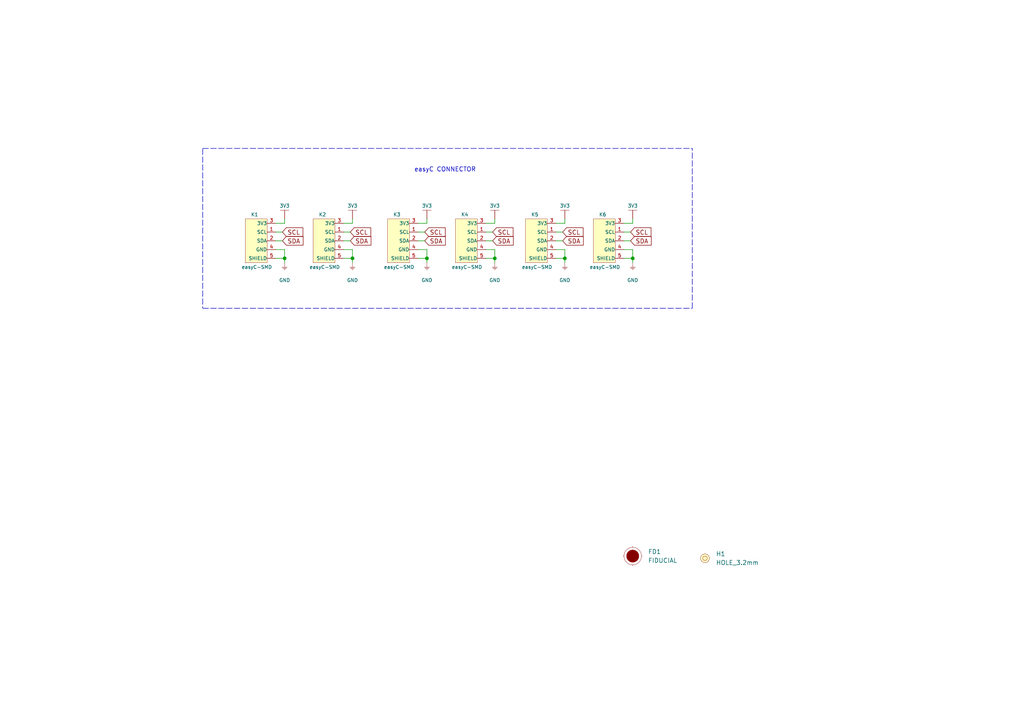
<source format=kicad_sch>
(kicad_sch (version 20211123) (generator eeschema)

  (uuid 03098bf5-0830-4a84-b080-eceef1400770)

  (paper "A4")

  (title_block
    (title "easyC hub")
    (date "2021-07-20")
    (rev "V1.0.0.")
    (company "SOLDERED")
    (comment 1 "333018")
  )

  (lib_symbols
    (symbol "e-radionica.com schematics:3V3" (power) (pin_names (offset 0)) (in_bom yes) (on_board yes)
      (property "Reference" "#PWR" (id 0) (at 4.445 0 0)
        (effects (font (size 1 1)) hide)
      )
      (property "Value" "3V3" (id 1) (at 0 3.556 0)
        (effects (font (size 1 1)))
      )
      (property "Footprint" "" (id 2) (at 4.445 3.81 0)
        (effects (font (size 1 1)) hide)
      )
      (property "Datasheet" "" (id 3) (at 4.445 3.81 0)
        (effects (font (size 1 1)) hide)
      )
      (property "ki_keywords" "power-flag" (id 4) (at 0 0 0)
        (effects (font (size 1.27 1.27)) hide)
      )
      (property "ki_description" "Power symbol creates a global label with name \"3V3\"" (id 5) (at 0 0 0)
        (effects (font (size 1.27 1.27)) hide)
      )
      (symbol "3V3_0_1"
        (polyline
          (pts
            (xy -1.27 2.54)
            (xy 1.27 2.54)
          )
          (stroke (width 0.0006) (type default) (color 0 0 0 0))
          (fill (type none))
        )
        (polyline
          (pts
            (xy 0 0)
            (xy 0 2.54)
          )
          (stroke (width 0) (type default) (color 0 0 0 0))
          (fill (type none))
        )
      )
      (symbol "3V3_1_1"
        (pin power_in line (at 0 0 90) (length 0) hide
          (name "3V3" (effects (font (size 1.27 1.27))))
          (number "1" (effects (font (size 1.27 1.27))))
        )
      )
    )
    (symbol "e-radionica.com schematics:FIDUCIAL" (in_bom no) (on_board yes)
      (property "Reference" "FD" (id 0) (at 0 3.81 0)
        (effects (font (size 1.27 1.27)))
      )
      (property "Value" "FIDUCIAL" (id 1) (at 0 -3.81 0)
        (effects (font (size 1.27 1.27)))
      )
      (property "Footprint" "e-radionica.com footprinti:FIDUCIAL_23" (id 2) (at 0.254 -5.334 0)
        (effects (font (size 1.27 1.27)) hide)
      )
      (property "Datasheet" "" (id 3) (at 0 0 0)
        (effects (font (size 1.27 1.27)) hide)
      )
      (symbol "FIDUCIAL_0_1"
        (polyline
          (pts
            (xy -2.54 0)
            (xy -2.794 0)
          )
          (stroke (width 0.0006) (type default) (color 0 0 0 0))
          (fill (type none))
        )
        (polyline
          (pts
            (xy 0 -2.54)
            (xy 0 -2.794)
          )
          (stroke (width 0.0006) (type default) (color 0 0 0 0))
          (fill (type none))
        )
        (polyline
          (pts
            (xy 0 2.54)
            (xy 0 2.794)
          )
          (stroke (width 0.0006) (type default) (color 0 0 0 0))
          (fill (type none))
        )
        (polyline
          (pts
            (xy 2.54 0)
            (xy 2.794 0)
          )
          (stroke (width 0.0006) (type default) (color 0 0 0 0))
          (fill (type none))
        )
        (circle (center 0 0) (radius 1.7961)
          (stroke (width 0.001) (type default) (color 0 0 0 0))
          (fill (type outline))
        )
        (circle (center 0 0) (radius 2.54)
          (stroke (width 0.0006) (type default) (color 0 0 0 0))
          (fill (type none))
        )
      )
    )
    (symbol "e-radionica.com schematics:GND" (power) (pin_names (offset 0)) (in_bom yes) (on_board yes)
      (property "Reference" "#PWR" (id 0) (at 4.445 0 0)
        (effects (font (size 1 1)) hide)
      )
      (property "Value" "GND" (id 1) (at 0 -2.921 0)
        (effects (font (size 1 1)))
      )
      (property "Footprint" "" (id 2) (at 4.445 3.81 0)
        (effects (font (size 1 1)) hide)
      )
      (property "Datasheet" "" (id 3) (at 4.445 3.81 0)
        (effects (font (size 1 1)) hide)
      )
      (property "ki_keywords" "power-flag" (id 4) (at 0 0 0)
        (effects (font (size 1.27 1.27)) hide)
      )
      (property "ki_description" "Power symbol creates a global label with name \"GND\"" (id 5) (at 0 0 0)
        (effects (font (size 1.27 1.27)) hide)
      )
      (symbol "GND_0_1"
        (polyline
          (pts
            (xy -0.762 -1.27)
            (xy 0.762 -1.27)
          )
          (stroke (width 0.0006) (type default) (color 0 0 0 0))
          (fill (type none))
        )
        (polyline
          (pts
            (xy -0.635 -1.524)
            (xy 0.635 -1.524)
          )
          (stroke (width 0.0006) (type default) (color 0 0 0 0))
          (fill (type none))
        )
        (polyline
          (pts
            (xy -0.381 -1.778)
            (xy 0.381 -1.778)
          )
          (stroke (width 0.0006) (type default) (color 0 0 0 0))
          (fill (type none))
        )
        (polyline
          (pts
            (xy -0.127 -2.032)
            (xy 0.127 -2.032)
          )
          (stroke (width 0.0006) (type default) (color 0 0 0 0))
          (fill (type none))
        )
        (polyline
          (pts
            (xy 0 0)
            (xy 0 -1.27)
          )
          (stroke (width 0.0006) (type default) (color 0 0 0 0))
          (fill (type none))
        )
      )
      (symbol "GND_1_1"
        (pin power_in line (at 0 0 270) (length 0) hide
          (name "GND" (effects (font (size 1.27 1.27))))
          (number "1" (effects (font (size 1.27 1.27))))
        )
      )
    )
    (symbol "e-radionica.com schematics:HOLE_3.2mm" (pin_numbers hide) (pin_names hide) (in_bom yes) (on_board yes)
      (property "Reference" "H" (id 0) (at 0 2.54 0)
        (effects (font (size 1.27 1.27)))
      )
      (property "Value" "HOLE_3.2mm" (id 1) (at 0 -2.54 0)
        (effects (font (size 1.27 1.27)))
      )
      (property "Footprint" "e-radionica.com footprinti:HOLE_3.2mm" (id 2) (at 0 0 0)
        (effects (font (size 1.27 1.27)) hide)
      )
      (property "Datasheet" "" (id 3) (at 0 0 0)
        (effects (font (size 1.27 1.27)) hide)
      )
      (symbol "HOLE_3.2mm_0_1"
        (circle (center 0 0) (radius 0.635)
          (stroke (width 0.0006) (type default) (color 0 0 0 0))
          (fill (type none))
        )
        (circle (center 0 0) (radius 1.27)
          (stroke (width 0.001) (type default) (color 0 0 0 0))
          (fill (type background))
        )
      )
    )
    (symbol "e-radionica.com schematics:easyC-SMD" (pin_names (offset 0.002)) (in_bom yes) (on_board yes)
      (property "Reference" "K" (id 0) (at -2.54 10.16 0)
        (effects (font (size 1 1)))
      )
      (property "Value" "easyC-SMD" (id 1) (at 0 -5.08 0)
        (effects (font (size 1 1)))
      )
      (property "Footprint" "e-radionica.com footprinti:easyC-connector" (id 2) (at 3.175 2.54 0)
        (effects (font (size 1 1)) hide)
      )
      (property "Datasheet" "" (id 3) (at 3.175 2.54 0)
        (effects (font (size 1 1)) hide)
      )
      (symbol "easyC-SMD_0_1"
        (rectangle (start -3.175 8.89) (end 3.175 -3.81)
          (stroke (width 0.001) (type default) (color 0 0 0 0))
          (fill (type background))
        )
      )
      (symbol "easyC-SMD_1_1"
        (pin passive line (at 5.715 5.08 180) (length 2.54)
          (name "SCL" (effects (font (size 1 1))))
          (number "1" (effects (font (size 1 1))))
        )
        (pin passive line (at 5.715 2.54 180) (length 2.54)
          (name "SDA" (effects (font (size 1 1))))
          (number "2" (effects (font (size 1 1))))
        )
        (pin passive line (at 5.715 7.62 180) (length 2.54)
          (name "3V3" (effects (font (size 1 1))))
          (number "3" (effects (font (size 1 1))))
        )
        (pin passive line (at 5.715 0 180) (length 2.54)
          (name "GND" (effects (font (size 1 1))))
          (number "4" (effects (font (size 1 1))))
        )
        (pin passive line (at 5.715 -2.54 180) (length 2.54)
          (name "SHIELD" (effects (font (size 1 1))))
          (number "5" (effects (font (size 1 1))))
        )
      )
    )
  )

  (junction (at 82.55 74.93) (diameter 0.9144) (color 0 0 0 0)
    (uuid 54365317-1355-4216-bb75-829375abc4ec)
  )
  (junction (at 183.515 74.93) (diameter 0.9144) (color 0 0 0 0)
    (uuid 5fc27c35-3e1c-4f96-817c-93b5570858a6)
  )
  (junction (at 102.235 74.93) (diameter 0.9144) (color 0 0 0 0)
    (uuid a3e4f0ae-9f86-49e9-b386-ed8b42e012fb)
  )
  (junction (at 123.825 74.93) (diameter 0.9144) (color 0 0 0 0)
    (uuid a690fc6c-55d9-47e6-b533-faa4b67e20f3)
  )
  (junction (at 143.51 74.93) (diameter 0.9144) (color 0 0 0 0)
    (uuid c144caa5-b0d4-4cef-840a-d4ad178a2102)
  )
  (junction (at 163.83 74.93) (diameter 0.9144) (color 0 0 0 0)
    (uuid efeac2a2-7682-4dc7-83ee-f6f1b23da506)
  )

  (wire (pts (xy 102.235 72.39) (xy 102.235 74.93))
    (stroke (width 0) (type solid) (color 0 0 0 0))
    (uuid 00120a8b-2766-4bc8-a1da-1e04e559685b)
  )
  (polyline (pts (xy 58.801 43.053) (xy 200.787 43.053))
    (stroke (width 0) (type dash) (color 0 0 0 0))
    (uuid 05afdce3-88a6-4caf-9bf5-a65ffff6e53d)
  )
  (polyline (pts (xy 58.801 43.18) (xy 58.801 89.408))
    (stroke (width 0) (type dash) (color 0 0 0 0))
    (uuid 05afdce3-88a6-4caf-9bf5-a65ffff6e53e)
  )
  (polyline (pts (xy 58.801 89.408) (xy 200.787 89.408))
    (stroke (width 0) (type dash) (color 0 0 0 0))
    (uuid 05afdce3-88a6-4caf-9bf5-a65ffff6e53f)
  )
  (polyline (pts (xy 200.787 89.408) (xy 200.787 43.053))
    (stroke (width 0) (type dash) (color 0 0 0 0))
    (uuid 05afdce3-88a6-4caf-9bf5-a65ffff6e540)
  )

  (wire (pts (xy 161.29 67.31) (xy 163.195 67.31))
    (stroke (width 0) (type solid) (color 0 0 0 0))
    (uuid 1062fd6d-2f5e-41f9-8af1-36b7ee6a34b4)
  )
  (wire (pts (xy 99.695 74.93) (xy 102.235 74.93))
    (stroke (width 0) (type solid) (color 0 0 0 0))
    (uuid 1cc8c111-916a-4139-9af2-921c81b86f45)
  )
  (wire (pts (xy 121.285 64.77) (xy 123.825 64.77))
    (stroke (width 0) (type solid) (color 0 0 0 0))
    (uuid 1cf7e75a-d542-4073-87bf-55ce5c82b878)
  )
  (wire (pts (xy 102.235 74.93) (xy 102.235 76.2))
    (stroke (width 0) (type solid) (color 0 0 0 0))
    (uuid 1fe5a348-dc34-4dca-86c8-b8981ee0bdff)
  )
  (wire (pts (xy 99.695 64.77) (xy 102.235 64.77))
    (stroke (width 0) (type solid) (color 0 0 0 0))
    (uuid 2092e98a-fd8a-4933-82e7-2beeb26564b9)
  )
  (wire (pts (xy 123.825 64.77) (xy 123.825 63.5))
    (stroke (width 0) (type solid) (color 0 0 0 0))
    (uuid 27d6e107-6b39-4556-9fbd-c11a3a591e4d)
  )
  (wire (pts (xy 180.975 72.39) (xy 183.515 72.39))
    (stroke (width 0) (type solid) (color 0 0 0 0))
    (uuid 2848035d-e76b-42ba-b344-1fa6ef17804f)
  )
  (wire (pts (xy 99.695 72.39) (xy 102.235 72.39))
    (stroke (width 0) (type solid) (color 0 0 0 0))
    (uuid 368742e6-ee4f-4825-bdaa-3d625b24c650)
  )
  (wire (pts (xy 140.97 72.39) (xy 143.51 72.39))
    (stroke (width 0) (type solid) (color 0 0 0 0))
    (uuid 376220d8-a7b8-40fe-a60d-f8630e0ff853)
  )
  (wire (pts (xy 183.515 72.39) (xy 183.515 74.93))
    (stroke (width 0) (type solid) (color 0 0 0 0))
    (uuid 410afe0d-6a2b-4db1-8194-ec2b94af3e1a)
  )
  (wire (pts (xy 123.825 74.93) (xy 123.825 76.2))
    (stroke (width 0) (type solid) (color 0 0 0 0))
    (uuid 4979f71a-ba43-48e8-a1d9-d83925af833f)
  )
  (wire (pts (xy 180.975 64.77) (xy 183.515 64.77))
    (stroke (width 0) (type solid) (color 0 0 0 0))
    (uuid 4f221f27-0f8c-4f47-94c7-9bcae7b8b039)
  )
  (wire (pts (xy 143.51 74.93) (xy 143.51 76.2))
    (stroke (width 0) (type solid) (color 0 0 0 0))
    (uuid 5a731c22-f4b6-47d7-a566-353c7f291b94)
  )
  (wire (pts (xy 161.29 64.77) (xy 163.83 64.77))
    (stroke (width 0) (type solid) (color 0 0 0 0))
    (uuid 5ca7d122-b87d-4f48-bf55-36fdd038e834)
  )
  (wire (pts (xy 143.51 64.77) (xy 143.51 63.5))
    (stroke (width 0) (type solid) (color 0 0 0 0))
    (uuid 5d73900f-4597-4a2a-9d4f-cb52e400edcb)
  )
  (wire (pts (xy 180.975 74.93) (xy 183.515 74.93))
    (stroke (width 0) (type solid) (color 0 0 0 0))
    (uuid 6015366e-aa7a-441c-a6a4-247b163b70b6)
  )
  (wire (pts (xy 180.975 67.31) (xy 182.88 67.31))
    (stroke (width 0) (type solid) (color 0 0 0 0))
    (uuid 65ca6a5f-f91c-42dc-a1cc-d77a49864d95)
  )
  (wire (pts (xy 80.01 64.77) (xy 82.55 64.77))
    (stroke (width 0) (type solid) (color 0 0 0 0))
    (uuid 6a8fe0e8-50ff-4570-9c65-2ed1355b2007)
  )
  (wire (pts (xy 82.55 64.77) (xy 82.55 63.5))
    (stroke (width 0) (type solid) (color 0 0 0 0))
    (uuid 6a8fe0e8-50ff-4570-9c65-2ed1355b2008)
  )
  (wire (pts (xy 180.975 69.85) (xy 182.88 69.85))
    (stroke (width 0) (type solid) (color 0 0 0 0))
    (uuid 73764fb0-8121-480e-b87f-f22cae8ccdfc)
  )
  (wire (pts (xy 123.825 72.39) (xy 123.825 74.93))
    (stroke (width 0) (type solid) (color 0 0 0 0))
    (uuid 7476191f-957d-4c5d-beca-3b914e33ae39)
  )
  (wire (pts (xy 161.29 74.93) (xy 163.83 74.93))
    (stroke (width 0) (type solid) (color 0 0 0 0))
    (uuid 828c4383-86fb-4e99-8afd-27e127e67d37)
  )
  (wire (pts (xy 80.01 74.93) (xy 82.55 74.93))
    (stroke (width 0) (type solid) (color 0 0 0 0))
    (uuid 82e8877b-ec23-4f02-9408-e809d58f1bff)
  )
  (wire (pts (xy 161.29 69.85) (xy 163.195 69.85))
    (stroke (width 0) (type solid) (color 0 0 0 0))
    (uuid 8b2ae2b4-8dff-48f9-862d-61d2ca0d4e89)
  )
  (wire (pts (xy 143.51 72.39) (xy 143.51 74.93))
    (stroke (width 0) (type solid) (color 0 0 0 0))
    (uuid 8ff3bec2-321e-445f-91bd-a6815862be5e)
  )
  (wire (pts (xy 163.83 72.39) (xy 163.83 74.93))
    (stroke (width 0) (type solid) (color 0 0 0 0))
    (uuid 917f1e7c-7488-4bd7-aa3f-c86814337211)
  )
  (wire (pts (xy 80.01 69.85) (xy 81.915 69.85))
    (stroke (width 0) (type solid) (color 0 0 0 0))
    (uuid 932edf57-d25a-45d9-8538-175b1471a7af)
  )
  (wire (pts (xy 140.97 64.77) (xy 143.51 64.77))
    (stroke (width 0) (type solid) (color 0 0 0 0))
    (uuid 9479523c-e6f7-4d8c-9389-68b43274b819)
  )
  (wire (pts (xy 80.01 72.39) (xy 82.55 72.39))
    (stroke (width 0) (type solid) (color 0 0 0 0))
    (uuid 98a4fbaf-c5ec-4b93-8970-4f24e99c6dfe)
  )
  (wire (pts (xy 82.55 72.39) (xy 82.55 74.93))
    (stroke (width 0) (type solid) (color 0 0 0 0))
    (uuid 98a4fbaf-c5ec-4b93-8970-4f24e99c6dff)
  )
  (wire (pts (xy 82.55 74.93) (xy 82.55 76.2))
    (stroke (width 0) (type solid) (color 0 0 0 0))
    (uuid 98a4fbaf-c5ec-4b93-8970-4f24e99c6e00)
  )
  (wire (pts (xy 80.01 67.31) (xy 81.915 67.31))
    (stroke (width 0) (type solid) (color 0 0 0 0))
    (uuid 99cf069a-652a-4528-ae8c-b44167c84df6)
  )
  (wire (pts (xy 140.97 67.31) (xy 142.875 67.31))
    (stroke (width 0) (type solid) (color 0 0 0 0))
    (uuid 9f07e50b-413d-4359-bfe8-0fa20f1f84d2)
  )
  (wire (pts (xy 99.695 67.31) (xy 101.6 67.31))
    (stroke (width 0) (type solid) (color 0 0 0 0))
    (uuid a57ac108-66a4-4763-869e-9273c4a03a51)
  )
  (wire (pts (xy 121.285 72.39) (xy 123.825 72.39))
    (stroke (width 0) (type solid) (color 0 0 0 0))
    (uuid ac9c4ee1-ee12-428e-8d26-088961596548)
  )
  (wire (pts (xy 99.695 69.85) (xy 101.6 69.85))
    (stroke (width 0) (type solid) (color 0 0 0 0))
    (uuid ae0fd141-5583-4dc0-b2dd-8a7ba2185f67)
  )
  (wire (pts (xy 140.97 69.85) (xy 142.875 69.85))
    (stroke (width 0) (type solid) (color 0 0 0 0))
    (uuid b2773d90-5b3e-486f-ac96-3b34445fe6d0)
  )
  (wire (pts (xy 183.515 64.77) (xy 183.515 63.5))
    (stroke (width 0) (type solid) (color 0 0 0 0))
    (uuid bf705f43-6909-4fb3-8206-44ece47af482)
  )
  (wire (pts (xy 121.285 69.85) (xy 123.19 69.85))
    (stroke (width 0) (type solid) (color 0 0 0 0))
    (uuid bfe78a5c-ce2d-4c98-b2e1-1e65798a437f)
  )
  (wire (pts (xy 121.285 74.93) (xy 123.825 74.93))
    (stroke (width 0) (type solid) (color 0 0 0 0))
    (uuid c9dc7973-3835-47d0-b486-8d6a91b2e953)
  )
  (wire (pts (xy 163.83 64.77) (xy 163.83 63.5))
    (stroke (width 0) (type solid) (color 0 0 0 0))
    (uuid d7f9456f-d31f-4b0f-8198-6f77bf312fe2)
  )
  (wire (pts (xy 102.235 64.77) (xy 102.235 63.5))
    (stroke (width 0) (type solid) (color 0 0 0 0))
    (uuid d80e69dd-52e3-41d9-b0db-8fdf7ad8d977)
  )
  (wire (pts (xy 161.29 72.39) (xy 163.83 72.39))
    (stroke (width 0) (type solid) (color 0 0 0 0))
    (uuid df9de8ee-488f-459a-97c8-8341c925fc46)
  )
  (wire (pts (xy 121.285 67.31) (xy 123.19 67.31))
    (stroke (width 0) (type solid) (color 0 0 0 0))
    (uuid e05d0a79-1c24-410d-abfe-6a14ccf0245f)
  )
  (wire (pts (xy 163.83 74.93) (xy 163.83 76.2))
    (stroke (width 0) (type solid) (color 0 0 0 0))
    (uuid e44aea92-98a8-45f6-a24b-b24724679c7f)
  )
  (wire (pts (xy 183.515 74.93) (xy 183.515 76.2))
    (stroke (width 0) (type solid) (color 0 0 0 0))
    (uuid f8832ff9-d355-46c3-9b24-1803f8ea411e)
  )
  (wire (pts (xy 140.97 74.93) (xy 143.51 74.93))
    (stroke (width 0) (type solid) (color 0 0 0 0))
    (uuid fa6a3436-2dad-455d-8674-18b9f4409e7c)
  )

  (text "easyC CONNECTOR" (at 120.142 50.038 0)
    (effects (font (size 1.27 1.27)) (justify left bottom))
    (uuid af9a744e-b95a-476a-a35e-b0f5579e5389)
  )

  (global_label "SDA" (shape input) (at 101.6 69.85 0) (fields_autoplaced)
    (effects (font (size 1.27 1.27)) (justify left))
    (uuid 0e195e6d-5b8c-4529-81ae-4788c2cd37ca)
    (property "Intersheet References" "${INTERSHEET_REFS}" (id 0) (at 107.5812 69.7706 0)
      (effects (font (size 1.27 1.27)) (justify left) hide)
    )
  )
  (global_label "SCL" (shape input) (at 81.915 67.31 0) (fields_autoplaced)
    (effects (font (size 1.27 1.27)) (justify left))
    (uuid 13257030-4c6f-4a63-9852-98a7bb117871)
    (property "Intersheet References" "${INTERSHEET_REFS}" (id 0) (at 87.8357 67.2306 0)
      (effects (font (size 1.27 1.27)) (justify left) hide)
    )
  )
  (global_label "SDA" (shape input) (at 123.19 69.85 0) (fields_autoplaced)
    (effects (font (size 1.27 1.27)) (justify left))
    (uuid 2de082fb-ae9d-4dcf-a991-5073581d6530)
    (property "Intersheet References" "${INTERSHEET_REFS}" (id 0) (at 129.1712 69.7706 0)
      (effects (font (size 1.27 1.27)) (justify left) hide)
    )
  )
  (global_label "SDA" (shape input) (at 163.195 69.85 0) (fields_autoplaced)
    (effects (font (size 1.27 1.27)) (justify left))
    (uuid 42536caa-8dcb-480a-8280-36ed8256dbe2)
    (property "Intersheet References" "${INTERSHEET_REFS}" (id 0) (at 169.1762 69.7706 0)
      (effects (font (size 1.27 1.27)) (justify left) hide)
    )
  )
  (global_label "SCL" (shape input) (at 163.195 67.31 0) (fields_autoplaced)
    (effects (font (size 1.27 1.27)) (justify left))
    (uuid 6dc5393a-669e-47d3-b93c-9303ec7dcdf0)
    (property "Intersheet References" "${INTERSHEET_REFS}" (id 0) (at 169.1157 67.2306 0)
      (effects (font (size 1.27 1.27)) (justify left) hide)
    )
  )
  (global_label "SCL" (shape input) (at 123.19 67.31 0) (fields_autoplaced)
    (effects (font (size 1.27 1.27)) (justify left))
    (uuid 9214ff5b-5f39-4e2c-b1fb-d129a5facb9f)
    (property "Intersheet References" "${INTERSHEET_REFS}" (id 0) (at 129.1107 67.2306 0)
      (effects (font (size 1.27 1.27)) (justify left) hide)
    )
  )
  (global_label "SCL" (shape input) (at 142.875 67.31 0) (fields_autoplaced)
    (effects (font (size 1.27 1.27)) (justify left))
    (uuid 95334350-0295-4a45-ad7b-c8e768970341)
    (property "Intersheet References" "${INTERSHEET_REFS}" (id 0) (at 148.7957 67.2306 0)
      (effects (font (size 1.27 1.27)) (justify left) hide)
    )
  )
  (global_label "SDA" (shape input) (at 182.88 69.85 0) (fields_autoplaced)
    (effects (font (size 1.27 1.27)) (justify left))
    (uuid 99b3a635-8561-4ac7-ad4d-6573fad53231)
    (property "Intersheet References" "${INTERSHEET_REFS}" (id 0) (at 188.8612 69.7706 0)
      (effects (font (size 1.27 1.27)) (justify left) hide)
    )
  )
  (global_label "SCL" (shape input) (at 182.88 67.31 0) (fields_autoplaced)
    (effects (font (size 1.27 1.27)) (justify left))
    (uuid a2234404-06fc-4c77-b423-63f1dd173f94)
    (property "Intersheet References" "${INTERSHEET_REFS}" (id 0) (at 188.8007 67.2306 0)
      (effects (font (size 1.27 1.27)) (justify left) hide)
    )
  )
  (global_label "SCL" (shape input) (at 101.6 67.31 0) (fields_autoplaced)
    (effects (font (size 1.27 1.27)) (justify left))
    (uuid bc10c4cf-1afd-4f72-bbff-5e2edd150e92)
    (property "Intersheet References" "${INTERSHEET_REFS}" (id 0) (at 107.5207 67.2306 0)
      (effects (font (size 1.27 1.27)) (justify left) hide)
    )
  )
  (global_label "SDA" (shape input) (at 142.875 69.85 0) (fields_autoplaced)
    (effects (font (size 1.27 1.27)) (justify left))
    (uuid d0cd4da3-ac2d-465f-b304-f19547dc5eae)
    (property "Intersheet References" "${INTERSHEET_REFS}" (id 0) (at 148.8562 69.7706 0)
      (effects (font (size 1.27 1.27)) (justify left) hide)
    )
  )
  (global_label "SDA" (shape input) (at 81.915 69.85 0) (fields_autoplaced)
    (effects (font (size 1.27 1.27)) (justify left))
    (uuid d5c7c044-3438-4fc3-bdfa-d4bb12c50ca6)
    (property "Intersheet References" "${INTERSHEET_REFS}" (id 0) (at 87.8962 69.7706 0)
      (effects (font (size 1.27 1.27)) (justify left) hide)
    )
  )

  (symbol (lib_id "e-radionica.com schematics:3V3") (at 82.55 63.5 0) (unit 1)
    (in_bom yes) (on_board yes) (fields_autoplaced)
    (uuid 046b9a45-62c2-461c-bfb8-97c710201424)
    (property "Reference" "#PWR0103" (id 0) (at 86.995 63.5 0)
      (effects (font (size 1 1)) hide)
    )
    (property "Value" "3V3" (id 1) (at 82.55 59.69 0)
      (effects (font (size 1 1)))
    )
    (property "Footprint" "" (id 2) (at 86.995 59.69 0)
      (effects (font (size 1 1)) hide)
    )
    (property "Datasheet" "" (id 3) (at 86.995 59.69 0)
      (effects (font (size 1 1)) hide)
    )
    (pin "1" (uuid 59636af7-8b13-4ff3-83bb-606875bcb0f6))
  )

  (symbol (lib_id "e-radionica.com schematics:3V3") (at 143.51 63.5 0) (unit 1)
    (in_bom yes) (on_board yes) (fields_autoplaced)
    (uuid 1cb5cd2f-72de-4d5f-89e6-47ce34e111a9)
    (property "Reference" "#PWR0107" (id 0) (at 147.955 63.5 0)
      (effects (font (size 1 1)) hide)
    )
    (property "Value" "3V3" (id 1) (at 143.51 59.69 0)
      (effects (font (size 1 1)))
    )
    (property "Footprint" "" (id 2) (at 147.955 59.69 0)
      (effects (font (size 1 1)) hide)
    )
    (property "Datasheet" "" (id 3) (at 147.955 59.69 0)
      (effects (font (size 1 1)) hide)
    )
    (pin "1" (uuid 18082795-3fbc-470a-864c-8e83bba36ef9))
  )

  (symbol (lib_id "e-radionica.com schematics:3V3") (at 123.825 63.5 0) (unit 1)
    (in_bom yes) (on_board yes) (fields_autoplaced)
    (uuid 2d0e0984-5e7d-4954-b65a-dd0facc03ce3)
    (property "Reference" "#PWR0102" (id 0) (at 128.27 63.5 0)
      (effects (font (size 1 1)) hide)
    )
    (property "Value" "3V3" (id 1) (at 123.825 59.69 0)
      (effects (font (size 1 1)))
    )
    (property "Footprint" "" (id 2) (at 128.27 59.69 0)
      (effects (font (size 1 1)) hide)
    )
    (property "Datasheet" "" (id 3) (at 128.27 59.69 0)
      (effects (font (size 1 1)) hide)
    )
    (pin "1" (uuid e7106409-bba4-44b8-bb12-627253bda428))
  )

  (symbol (lib_id "e-radionica.com schematics:easyC-SMD") (at 175.26 72.39 0) (unit 1)
    (in_bom yes) (on_board yes)
    (uuid 351bdc5b-aaee-47ed-a865-00f82a63172c)
    (property "Reference" "K6" (id 0) (at 174.8152 62.23 0)
      (effects (font (size 1 1)))
    )
    (property "Value" "easyC-SMD" (id 1) (at 175.4502 77.47 0)
      (effects (font (size 1 1)))
    )
    (property "Footprint" "e-radionica.com footprinti:easyC-connector" (id 2) (at 178.435 69.85 0)
      (effects (font (size 1 1)) hide)
    )
    (property "Datasheet" "" (id 3) (at 178.435 69.85 0)
      (effects (font (size 1 1)) hide)
    )
    (pin "1" (uuid e20f6c03-d242-4075-b797-325718f4baeb))
    (pin "2" (uuid b6f3d455-198a-4b60-9e34-f34b183398cc))
    (pin "3" (uuid 3ac4ff4e-b62e-48ae-8fa8-6b5b2d1e6dbc))
    (pin "4" (uuid 49ee67ce-4006-48f6-9d1e-baa456c8027b))
    (pin "5" (uuid 99c5c07d-c388-4b92-80bd-730057be84dc))
  )

  (symbol (lib_id "e-radionica.com schematics:FIDUCIAL") (at 183.515 161.29 0) (unit 1)
    (in_bom no) (on_board yes) (fields_autoplaced)
    (uuid 456c2774-baf8-43b6-b510-0901cf47744e)
    (property "Reference" "FD1" (id 0) (at 187.96 160.0199 0)
      (effects (font (size 1.27 1.27)) (justify left))
    )
    (property "Value" "FIDUCIAL" (id 1) (at 187.96 162.5599 0)
      (effects (font (size 1.27 1.27)) (justify left))
    )
    (property "Footprint" "e-radionica.com footprinti:FIDUCIAL_23" (id 2) (at 183.769 166.624 0)
      (effects (font (size 1.27 1.27)) hide)
    )
    (property "Datasheet" "" (id 3) (at 183.515 161.29 0)
      (effects (font (size 1.27 1.27)) hide)
    )
  )

  (symbol (lib_id "e-radionica.com schematics:3V3") (at 102.235 63.5 0) (unit 1)
    (in_bom yes) (on_board yes) (fields_autoplaced)
    (uuid 5395637b-b75e-4afa-bf32-e7673fafbbf0)
    (property "Reference" "#PWR0101" (id 0) (at 106.68 63.5 0)
      (effects (font (size 1 1)) hide)
    )
    (property "Value" "3V3" (id 1) (at 102.235 59.69 0)
      (effects (font (size 1 1)))
    )
    (property "Footprint" "" (id 2) (at 106.68 59.69 0)
      (effects (font (size 1 1)) hide)
    )
    (property "Datasheet" "" (id 3) (at 106.68 59.69 0)
      (effects (font (size 1 1)) hide)
    )
    (pin "1" (uuid 5f1d916f-9282-4905-983a-c89ecf9dcb67))
  )

  (symbol (lib_id "e-radionica.com schematics:easyC-SMD") (at 155.575 72.39 0) (unit 1)
    (in_bom yes) (on_board yes)
    (uuid 54d40bd2-9858-412f-bb15-118c1cf8901d)
    (property "Reference" "K5" (id 0) (at 155.1302 62.23 0)
      (effects (font (size 1 1)))
    )
    (property "Value" "easyC-SMD" (id 1) (at 155.7652 77.47 0)
      (effects (font (size 1 1)))
    )
    (property "Footprint" "e-radionica.com footprinti:easyC-connector" (id 2) (at 158.75 69.85 0)
      (effects (font (size 1 1)) hide)
    )
    (property "Datasheet" "" (id 3) (at 158.75 69.85 0)
      (effects (font (size 1 1)) hide)
    )
    (pin "1" (uuid 8f5e7f00-2fb7-4c10-a768-8cbdb0fc9218))
    (pin "2" (uuid 2e7e87f9-11e6-45d0-8e1d-0354ed386b28))
    (pin "3" (uuid 8fb37952-b203-438a-addf-3f3ada2407c5))
    (pin "4" (uuid ef5fe4be-9318-4bf7-bfda-d91401d4e567))
    (pin "5" (uuid 51efc241-5815-480a-95ee-c9076d06b064))
  )

  (symbol (lib_id "e-radionica.com schematics:easyC-SMD") (at 115.57 72.39 0) (unit 1)
    (in_bom yes) (on_board yes)
    (uuid 5f915484-bd10-42a4-bce6-dd0e42a115e5)
    (property "Reference" "K3" (id 0) (at 115.1252 62.23 0)
      (effects (font (size 1 1)))
    )
    (property "Value" "easyC-SMD" (id 1) (at 115.7602 77.47 0)
      (effects (font (size 1 1)))
    )
    (property "Footprint" "e-radionica.com footprinti:easyC-connector" (id 2) (at 118.745 69.85 0)
      (effects (font (size 1 1)) hide)
    )
    (property "Datasheet" "" (id 3) (at 118.745 69.85 0)
      (effects (font (size 1 1)) hide)
    )
    (pin "1" (uuid 031763e6-e23a-442c-a8ff-9f5e599950e6))
    (pin "2" (uuid 93766734-ab4e-40bc-b00c-d05d7d786dde))
    (pin "3" (uuid 13e8532b-b285-4e4c-8c7a-e46e63552f1e))
    (pin "4" (uuid f193a028-06db-4ad3-a340-badb3c02764b))
    (pin "5" (uuid 37ae7e26-f7b9-4ba4-abda-9f9167ad6a1d))
  )

  (symbol (lib_id "e-radionica.com schematics:easyC-SMD") (at 93.98 72.39 0) (unit 1)
    (in_bom yes) (on_board yes)
    (uuid 64096f20-c3c3-4dd8-a695-e3d6a71ad16f)
    (property "Reference" "K2" (id 0) (at 93.5352 62.23 0)
      (effects (font (size 1 1)))
    )
    (property "Value" "easyC-SMD" (id 1) (at 94.1702 77.47 0)
      (effects (font (size 1 1)))
    )
    (property "Footprint" "e-radionica.com footprinti:easyC-connector" (id 2) (at 97.155 69.85 0)
      (effects (font (size 1 1)) hide)
    )
    (property "Datasheet" "" (id 3) (at 97.155 69.85 0)
      (effects (font (size 1 1)) hide)
    )
    (pin "1" (uuid 6c5e58a2-4836-4e16-9fa7-c4bf635cdb6b))
    (pin "2" (uuid d9a53a58-2e99-40c9-b516-173ddbf9181d))
    (pin "3" (uuid c4519246-7667-4940-b83b-cd676562add9))
    (pin "4" (uuid 6de18d93-a224-47cf-ae69-fdafa2d3ab91))
    (pin "5" (uuid f072b2c7-6f8f-4d70-b7e3-a53df0fd980c))
  )

  (symbol (lib_id "e-radionica.com schematics:HOLE_3.2mm") (at 204.47 161.925 0) (unit 1)
    (in_bom yes) (on_board yes) (fields_autoplaced)
    (uuid 6890e359-4fb5-42c4-89e9-72f9c8716367)
    (property "Reference" "H1" (id 0) (at 207.645 160.6549 0)
      (effects (font (size 1.27 1.27)) (justify left))
    )
    (property "Value" "HOLE_3.2mm" (id 1) (at 207.645 163.1949 0)
      (effects (font (size 1.27 1.27)) (justify left))
    )
    (property "Footprint" "e-radionica.com footprinti:HOLE_3.2mm" (id 2) (at 204.47 161.925 0)
      (effects (font (size 1.27 1.27)) hide)
    )
    (property "Datasheet" "" (id 3) (at 204.47 161.925 0)
      (effects (font (size 1.27 1.27)) hide)
    )
  )

  (symbol (lib_id "e-radionica.com schematics:GND") (at 143.51 76.2 0) (unit 1)
    (in_bom yes) (on_board yes) (fields_autoplaced)
    (uuid 86b1a2d3-b222-4172-bb87-0c62200c2742)
    (property "Reference" "#PWR0108" (id 0) (at 147.955 76.2 0)
      (effects (font (size 1 1)) hide)
    )
    (property "Value" "GND" (id 1) (at 143.51 81.28 0)
      (effects (font (size 1 1)))
    )
    (property "Footprint" "" (id 2) (at 147.955 72.39 0)
      (effects (font (size 1 1)) hide)
    )
    (property "Datasheet" "" (id 3) (at 147.955 72.39 0)
      (effects (font (size 1 1)) hide)
    )
    (pin "1" (uuid 7334273b-aeef-4400-baf2-e5e925e48d87))
  )

  (symbol (lib_id "e-radionica.com schematics:GND") (at 123.825 76.2 0) (unit 1)
    (in_bom yes) (on_board yes) (fields_autoplaced)
    (uuid 8aa8cec7-09bd-4fbd-a3b1-85b52ad13d4b)
    (property "Reference" "#PWR0106" (id 0) (at 128.27 76.2 0)
      (effects (font (size 1 1)) hide)
    )
    (property "Value" "GND" (id 1) (at 123.825 81.28 0)
      (effects (font (size 1 1)))
    )
    (property "Footprint" "" (id 2) (at 128.27 72.39 0)
      (effects (font (size 1 1)) hide)
    )
    (property "Datasheet" "" (id 3) (at 128.27 72.39 0)
      (effects (font (size 1 1)) hide)
    )
    (pin "1" (uuid c5a86a42-4641-4478-afe5-70f77b99fb97))
  )

  (symbol (lib_id "e-radionica.com schematics:3V3") (at 163.83 63.5 0) (unit 1)
    (in_bom yes) (on_board yes) (fields_autoplaced)
    (uuid 8d493625-e138-4dab-b029-31cd8a0dee7b)
    (property "Reference" "#PWR0111" (id 0) (at 168.275 63.5 0)
      (effects (font (size 1 1)) hide)
    )
    (property "Value" "3V3" (id 1) (at 163.83 59.69 0)
      (effects (font (size 1 1)))
    )
    (property "Footprint" "" (id 2) (at 168.275 59.69 0)
      (effects (font (size 1 1)) hide)
    )
    (property "Datasheet" "" (id 3) (at 168.275 59.69 0)
      (effects (font (size 1 1)) hide)
    )
    (pin "1" (uuid f51b773e-d342-4f95-8524-380c0c8b1ef3))
  )

  (symbol (lib_id "e-radionica.com schematics:GND") (at 163.83 76.2 0) (unit 1)
    (in_bom yes) (on_board yes) (fields_autoplaced)
    (uuid 91e158c1-a2a5-410d-8b45-32fa55a7b436)
    (property "Reference" "#PWR0109" (id 0) (at 168.275 76.2 0)
      (effects (font (size 1 1)) hide)
    )
    (property "Value" "GND" (id 1) (at 163.83 81.28 0)
      (effects (font (size 1 1)))
    )
    (property "Footprint" "" (id 2) (at 168.275 72.39 0)
      (effects (font (size 1 1)) hide)
    )
    (property "Datasheet" "" (id 3) (at 168.275 72.39 0)
      (effects (font (size 1 1)) hide)
    )
    (pin "1" (uuid 11f2e06f-05e5-4983-810e-ad2db1ef254c))
  )

  (symbol (lib_id "e-radionica.com schematics:GND") (at 183.515 76.2 0) (unit 1)
    (in_bom yes) (on_board yes) (fields_autoplaced)
    (uuid a702ced4-9db9-440d-91e9-5ac12b46c573)
    (property "Reference" "#PWR0110" (id 0) (at 187.96 76.2 0)
      (effects (font (size 1 1)) hide)
    )
    (property "Value" "GND" (id 1) (at 183.515 81.28 0)
      (effects (font (size 1 1)))
    )
    (property "Footprint" "" (id 2) (at 187.96 72.39 0)
      (effects (font (size 1 1)) hide)
    )
    (property "Datasheet" "" (id 3) (at 187.96 72.39 0)
      (effects (font (size 1 1)) hide)
    )
    (pin "1" (uuid 1207f5cd-ccff-40ee-a9ea-ddc22da4dfad))
  )

  (symbol (lib_id "e-radionica.com schematics:3V3") (at 183.515 63.5 0) (unit 1)
    (in_bom yes) (on_board yes) (fields_autoplaced)
    (uuid a91ab64f-91bb-40f5-919c-2dfb03e5e750)
    (property "Reference" "#PWR0112" (id 0) (at 187.96 63.5 0)
      (effects (font (size 1 1)) hide)
    )
    (property "Value" "3V3" (id 1) (at 183.515 59.69 0)
      (effects (font (size 1 1)))
    )
    (property "Footprint" "" (id 2) (at 187.96 59.69 0)
      (effects (font (size 1 1)) hide)
    )
    (property "Datasheet" "" (id 3) (at 187.96 59.69 0)
      (effects (font (size 1 1)) hide)
    )
    (pin "1" (uuid cf9d6e6c-e301-46e3-af9f-a672ad4c9d04))
  )

  (symbol (lib_id "e-radionica.com schematics:easyC-SMD") (at 135.255 72.39 0) (unit 1)
    (in_bom yes) (on_board yes)
    (uuid d2e3539d-605d-47f7-bce9-e206bd4f98e6)
    (property "Reference" "K4" (id 0) (at 134.8102 62.23 0)
      (effects (font (size 1 1)))
    )
    (property "Value" "easyC-SMD" (id 1) (at 135.4452 77.47 0)
      (effects (font (size 1 1)))
    )
    (property "Footprint" "e-radionica.com footprinti:easyC-connector" (id 2) (at 138.43 69.85 0)
      (effects (font (size 1 1)) hide)
    )
    (property "Datasheet" "" (id 3) (at 138.43 69.85 0)
      (effects (font (size 1 1)) hide)
    )
    (pin "1" (uuid 6c12c798-aafb-42e3-8c3b-2f352a4e9073))
    (pin "2" (uuid 65215bcd-86fa-4b87-8f33-36ecb514b94c))
    (pin "3" (uuid 71391a3a-81ff-4c8c-b529-cce67de95b9d))
    (pin "4" (uuid 53de9263-f2f0-4727-b0aa-e99d389f789e))
    (pin "5" (uuid 19a6e439-38f1-4456-99ec-99b55609132f))
  )

  (symbol (lib_id "e-radionica.com schematics:GND") (at 102.235 76.2 0) (unit 1)
    (in_bom yes) (on_board yes) (fields_autoplaced)
    (uuid e251c46d-cea9-48a9-926e-69a481708d48)
    (property "Reference" "#PWR0105" (id 0) (at 106.68 76.2 0)
      (effects (font (size 1 1)) hide)
    )
    (property "Value" "GND" (id 1) (at 102.235 81.28 0)
      (effects (font (size 1 1)))
    )
    (property "Footprint" "" (id 2) (at 106.68 72.39 0)
      (effects (font (size 1 1)) hide)
    )
    (property "Datasheet" "" (id 3) (at 106.68 72.39 0)
      (effects (font (size 1 1)) hide)
    )
    (pin "1" (uuid e3e6f14d-433b-4654-b9bc-29782a976981))
  )

  (symbol (lib_id "e-radionica.com schematics:GND") (at 82.55 76.2 0) (unit 1)
    (in_bom yes) (on_board yes) (fields_autoplaced)
    (uuid f2d33637-63db-43c8-9ffe-84ad3ae27d41)
    (property "Reference" "#PWR0104" (id 0) (at 86.995 76.2 0)
      (effects (font (size 1 1)) hide)
    )
    (property "Value" "GND" (id 1) (at 82.55 81.28 0)
      (effects (font (size 1 1)))
    )
    (property "Footprint" "" (id 2) (at 86.995 72.39 0)
      (effects (font (size 1 1)) hide)
    )
    (property "Datasheet" "" (id 3) (at 86.995 72.39 0)
      (effects (font (size 1 1)) hide)
    )
    (pin "1" (uuid cfc25d1f-8db4-452b-9481-7f50845d725f))
  )

  (symbol (lib_id "e-radionica.com schematics:easyC-SMD") (at 74.295 72.39 0) (unit 1)
    (in_bom yes) (on_board yes)
    (uuid f36ce66a-41ee-49df-9d03-52859468da3f)
    (property "Reference" "K1" (id 0) (at 73.8502 62.23 0)
      (effects (font (size 1 1)))
    )
    (property "Value" "easyC-SMD" (id 1) (at 74.4852 77.47 0)
      (effects (font (size 1 1)))
    )
    (property "Footprint" "e-radionica.com footprinti:easyC-connector" (id 2) (at 77.47 69.85 0)
      (effects (font (size 1 1)) hide)
    )
    (property "Datasheet" "" (id 3) (at 77.47 69.85 0)
      (effects (font (size 1 1)) hide)
    )
    (pin "1" (uuid e92a7727-1340-4105-9b5c-e381c175f85f))
    (pin "2" (uuid b3fdd5bc-09d1-4c6e-86f9-15bb847c2a89))
    (pin "3" (uuid 3395663e-aa0d-434d-8a77-38123495e8af))
    (pin "4" (uuid 346672d7-ec16-4fde-a2fe-ce352ae4837d))
    (pin "5" (uuid 3276087f-d691-441f-abcf-d981b60be297))
  )

  (sheet_instances
    (path "/" (page "1"))
  )

  (symbol_instances
    (path "/5395637b-b75e-4afa-bf32-e7673fafbbf0"
      (reference "#PWR0101") (unit 1) (value "3V3") (footprint "")
    )
    (path "/2d0e0984-5e7d-4954-b65a-dd0facc03ce3"
      (reference "#PWR0102") (unit 1) (value "3V3") (footprint "")
    )
    (path "/046b9a45-62c2-461c-bfb8-97c710201424"
      (reference "#PWR0103") (unit 1) (value "3V3") (footprint "")
    )
    (path "/f2d33637-63db-43c8-9ffe-84ad3ae27d41"
      (reference "#PWR0104") (unit 1) (value "GND") (footprint "")
    )
    (path "/e251c46d-cea9-48a9-926e-69a481708d48"
      (reference "#PWR0105") (unit 1) (value "GND") (footprint "")
    )
    (path "/8aa8cec7-09bd-4fbd-a3b1-85b52ad13d4b"
      (reference "#PWR0106") (unit 1) (value "GND") (footprint "")
    )
    (path "/1cb5cd2f-72de-4d5f-89e6-47ce34e111a9"
      (reference "#PWR0107") (unit 1) (value "3V3") (footprint "")
    )
    (path "/86b1a2d3-b222-4172-bb87-0c62200c2742"
      (reference "#PWR0108") (unit 1) (value "GND") (footprint "")
    )
    (path "/91e158c1-a2a5-410d-8b45-32fa55a7b436"
      (reference "#PWR0109") (unit 1) (value "GND") (footprint "")
    )
    (path "/a702ced4-9db9-440d-91e9-5ac12b46c573"
      (reference "#PWR0110") (unit 1) (value "GND") (footprint "")
    )
    (path "/8d493625-e138-4dab-b029-31cd8a0dee7b"
      (reference "#PWR0111") (unit 1) (value "3V3") (footprint "")
    )
    (path "/a91ab64f-91bb-40f5-919c-2dfb03e5e750"
      (reference "#PWR0112") (unit 1) (value "3V3") (footprint "")
    )
    (path "/456c2774-baf8-43b6-b510-0901cf47744e"
      (reference "FD1") (unit 1) (value "FIDUCIAL") (footprint "e-radionica.com footprinti:FIDUCIAL_23")
    )
    (path "/6890e359-4fb5-42c4-89e9-72f9c8716367"
      (reference "H1") (unit 1) (value "HOLE_3.2mm") (footprint "e-radionica.com footprinti:HOLE_3.2mm")
    )
    (path "/f36ce66a-41ee-49df-9d03-52859468da3f"
      (reference "K1") (unit 1) (value "easyC-SMD") (footprint "e-radionica.com footprinti:easyC-connector")
    )
    (path "/64096f20-c3c3-4dd8-a695-e3d6a71ad16f"
      (reference "K2") (unit 1) (value "easyC-SMD") (footprint "e-radionica.com footprinti:easyC-connector")
    )
    (path "/5f915484-bd10-42a4-bce6-dd0e42a115e5"
      (reference "K3") (unit 1) (value "easyC-SMD") (footprint "e-radionica.com footprinti:easyC-connector")
    )
    (path "/d2e3539d-605d-47f7-bce9-e206bd4f98e6"
      (reference "K4") (unit 1) (value "easyC-SMD") (footprint "e-radionica.com footprinti:easyC-connector")
    )
    (path "/54d40bd2-9858-412f-bb15-118c1cf8901d"
      (reference "K5") (unit 1) (value "easyC-SMD") (footprint "e-radionica.com footprinti:easyC-connector")
    )
    (path "/351bdc5b-aaee-47ed-a865-00f82a63172c"
      (reference "K6") (unit 1) (value "easyC-SMD") (footprint "e-radionica.com footprinti:easyC-connector")
    )
  )
)

</source>
